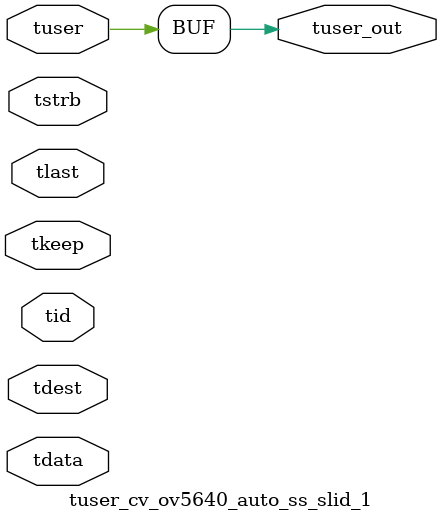
<source format=v>


`timescale 1ps/1ps

module tuser_cv_ov5640_auto_ss_slid_1 #
(
parameter C_S_AXIS_TUSER_WIDTH = 1,
parameter C_S_AXIS_TDATA_WIDTH = 32,
parameter C_S_AXIS_TID_WIDTH   = 0,
parameter C_S_AXIS_TDEST_WIDTH = 0,
parameter C_M_AXIS_TUSER_WIDTH = 1
)
(
input  [(C_S_AXIS_TUSER_WIDTH == 0 ? 1 : C_S_AXIS_TUSER_WIDTH)-1:0     ] tuser,
input  [(C_S_AXIS_TDATA_WIDTH == 0 ? 1 : C_S_AXIS_TDATA_WIDTH)-1:0     ] tdata,
input  [(C_S_AXIS_TID_WIDTH   == 0 ? 1 : C_S_AXIS_TID_WIDTH)-1:0       ] tid,
input  [(C_S_AXIS_TDEST_WIDTH == 0 ? 1 : C_S_AXIS_TDEST_WIDTH)-1:0     ] tdest,
input  [(C_S_AXIS_TDATA_WIDTH/8)-1:0 ] tkeep,
input  [(C_S_AXIS_TDATA_WIDTH/8)-1:0 ] tstrb,
input                                                                    tlast,
output [C_M_AXIS_TUSER_WIDTH-1:0] tuser_out
);

assign tuser_out = {tuser[0:0]};

endmodule


</source>
